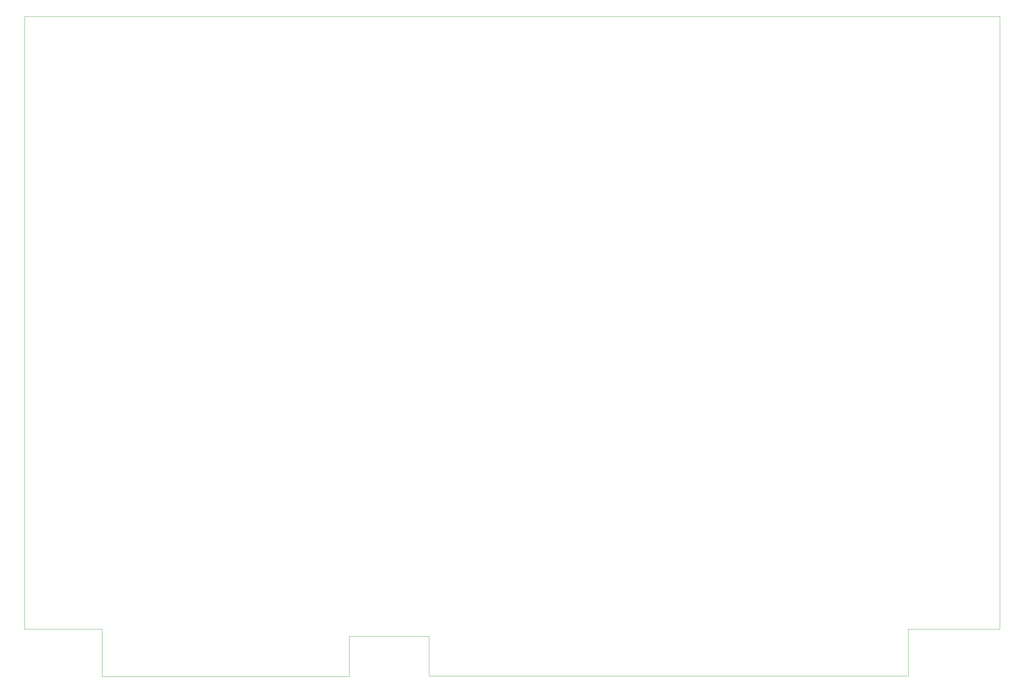
<source format=gbr>
%TF.GenerationSoftware,KiCad,Pcbnew,(5.1.10-1-10_14)*%
%TF.CreationDate,2021-06-26T12:10:23+10:00*%
%TF.ProjectId,EXTENDER CARDS,45585445-4e44-4455-9220-43415244532e,rev?*%
%TF.SameCoordinates,Original*%
%TF.FileFunction,Profile,NP*%
%FSLAX46Y46*%
G04 Gerber Fmt 4.6, Leading zero omitted, Abs format (unit mm)*
G04 Created by KiCad (PCBNEW (5.1.10-1-10_14)) date 2021-06-26 12:10:23*
%MOMM*%
%LPD*%
G01*
G04 APERTURE LIST*
%TA.AperFunction,Profile*%
%ADD10C,0.050000*%
%TD*%
G04 APERTURE END LIST*
D10*
X49200000Y-253000000D02*
X41200000Y-253000000D01*
X49200000Y-265900000D02*
X49200000Y-253000000D01*
X269100000Y-253000000D02*
X269100000Y-265800000D01*
X294000000Y-253000000D02*
X269100000Y-253000000D01*
X294000000Y-85800000D02*
X294000000Y-253000000D01*
X269100000Y-85800000D02*
X294000000Y-85800000D01*
X28000000Y-253000000D02*
X41200000Y-253000000D01*
X28000000Y-232200000D02*
X28000000Y-253000000D01*
X28000000Y-85800000D02*
X28000000Y-232200000D01*
X41200000Y-85800000D02*
X28000000Y-85800000D01*
X138300000Y-265800000D02*
X269100000Y-265800000D01*
X138300000Y-254900000D02*
X138300000Y-265800000D01*
X116600000Y-254900000D02*
X138300000Y-254900000D01*
X116600000Y-265900000D02*
X116600000Y-254900000D01*
X49200000Y-265900000D02*
X116600000Y-265900000D01*
X269100000Y-85800000D02*
X41200000Y-85800000D01*
M02*

</source>
